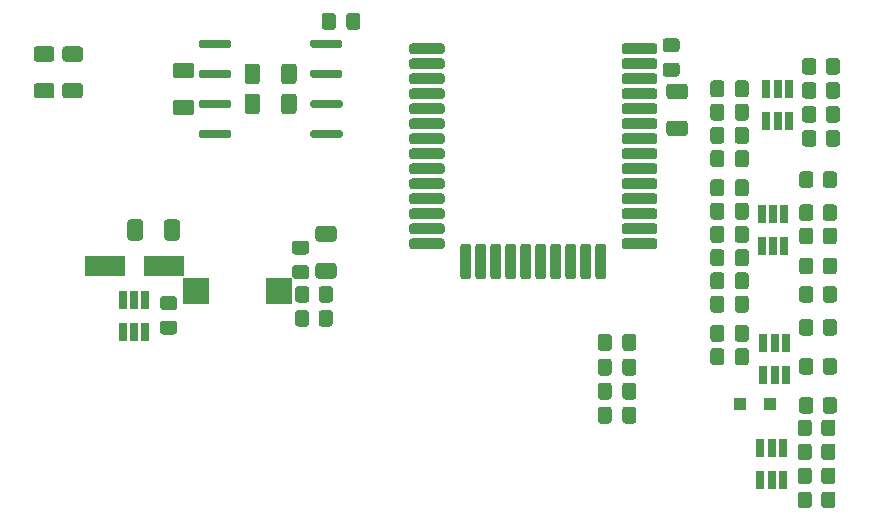
<source format=gbp>
G04 #@! TF.GenerationSoftware,KiCad,Pcbnew,(5.1.8)-1*
G04 #@! TF.CreationDate,2021-05-03T11:31:43+02:00*
G04 #@! TF.ProjectId,sensactHsIO4,73656e73-6163-4744-9873-494f342e6b69,rev?*
G04 #@! TF.SameCoordinates,Original*
G04 #@! TF.FileFunction,Paste,Bot*
G04 #@! TF.FilePolarity,Positive*
%FSLAX46Y46*%
G04 Gerber Fmt 4.6, Leading zero omitted, Abs format (unit mm)*
G04 Created by KiCad (PCBNEW (5.1.8)-1) date 2021-05-03 11:31:43*
%MOMM*%
%LPD*%
G01*
G04 APERTURE LIST*
%ADD10R,2.200000X2.200000*%
%ADD11R,1.000000X1.000000*%
%ADD12R,0.650000X1.560000*%
%ADD13R,3.500000X1.800000*%
G04 APERTURE END LIST*
G36*
G01*
X142182000Y-106901000D02*
X142182000Y-105951000D01*
G75*
G02*
X142432000Y-105701000I250000J0D01*
G01*
X143107000Y-105701000D01*
G75*
G02*
X143357000Y-105951000I0J-250000D01*
G01*
X143357000Y-106901000D01*
G75*
G02*
X143107000Y-107151000I-250000J0D01*
G01*
X142432000Y-107151000D01*
G75*
G02*
X142182000Y-106901000I0J250000D01*
G01*
G37*
G36*
G01*
X140107000Y-106901000D02*
X140107000Y-105951000D01*
G75*
G02*
X140357000Y-105701000I250000J0D01*
G01*
X141032000Y-105701000D01*
G75*
G02*
X141282000Y-105951000I0J-250000D01*
G01*
X141282000Y-106901000D01*
G75*
G02*
X141032000Y-107151000I-250000J0D01*
G01*
X140357000Y-107151000D01*
G75*
G02*
X140107000Y-106901000I0J250000D01*
G01*
G37*
G36*
G01*
X132438000Y-108168500D02*
X132438000Y-108493500D01*
G75*
G02*
X132275500Y-108656000I-162500J0D01*
G01*
X129850500Y-108656000D01*
G75*
G02*
X129688000Y-108493500I0J162500D01*
G01*
X129688000Y-108168500D01*
G75*
G02*
X129850500Y-108006000I162500J0D01*
G01*
X132275500Y-108006000D01*
G75*
G02*
X132438000Y-108168500I0J-162500D01*
G01*
G37*
G36*
G01*
X132438000Y-110708500D02*
X132438000Y-111033500D01*
G75*
G02*
X132275500Y-111196000I-162500J0D01*
G01*
X129850500Y-111196000D01*
G75*
G02*
X129688000Y-111033500I0J162500D01*
G01*
X129688000Y-110708500D01*
G75*
G02*
X129850500Y-110546000I162500J0D01*
G01*
X132275500Y-110546000D01*
G75*
G02*
X132438000Y-110708500I0J-162500D01*
G01*
G37*
G36*
G01*
X132438000Y-113248500D02*
X132438000Y-113573500D01*
G75*
G02*
X132275500Y-113736000I-162500J0D01*
G01*
X129850500Y-113736000D01*
G75*
G02*
X129688000Y-113573500I0J162500D01*
G01*
X129688000Y-113248500D01*
G75*
G02*
X129850500Y-113086000I162500J0D01*
G01*
X132275500Y-113086000D01*
G75*
G02*
X132438000Y-113248500I0J-162500D01*
G01*
G37*
G36*
G01*
X132438000Y-115788500D02*
X132438000Y-116113500D01*
G75*
G02*
X132275500Y-116276000I-162500J0D01*
G01*
X129850500Y-116276000D01*
G75*
G02*
X129688000Y-116113500I0J162500D01*
G01*
X129688000Y-115788500D01*
G75*
G02*
X129850500Y-115626000I162500J0D01*
G01*
X132275500Y-115626000D01*
G75*
G02*
X132438000Y-115788500I0J-162500D01*
G01*
G37*
G36*
G01*
X141863000Y-115788500D02*
X141863000Y-116113500D01*
G75*
G02*
X141700500Y-116276000I-162500J0D01*
G01*
X139275500Y-116276000D01*
G75*
G02*
X139113000Y-116113500I0J162500D01*
G01*
X139113000Y-115788500D01*
G75*
G02*
X139275500Y-115626000I162500J0D01*
G01*
X141700500Y-115626000D01*
G75*
G02*
X141863000Y-115788500I0J-162500D01*
G01*
G37*
G36*
G01*
X141888000Y-113248500D02*
X141888000Y-113573500D01*
G75*
G02*
X141725500Y-113736000I-162500J0D01*
G01*
X139300500Y-113736000D01*
G75*
G02*
X139138000Y-113573500I0J162500D01*
G01*
X139138000Y-113248500D01*
G75*
G02*
X139300500Y-113086000I162500J0D01*
G01*
X141725500Y-113086000D01*
G75*
G02*
X141888000Y-113248500I0J-162500D01*
G01*
G37*
G36*
G01*
X141838000Y-110708500D02*
X141838000Y-111033500D01*
G75*
G02*
X141675500Y-111196000I-162500J0D01*
G01*
X139250500Y-111196000D01*
G75*
G02*
X139088000Y-111033500I0J162500D01*
G01*
X139088000Y-110708500D01*
G75*
G02*
X139250500Y-110546000I162500J0D01*
G01*
X141675500Y-110546000D01*
G75*
G02*
X141838000Y-110708500I0J-162500D01*
G01*
G37*
G36*
G01*
X141838000Y-108168500D02*
X141838000Y-108493500D01*
G75*
G02*
X141675500Y-108656000I-162500J0D01*
G01*
X139250500Y-108656000D01*
G75*
G02*
X139088000Y-108493500I0J162500D01*
G01*
X139088000Y-108168500D01*
G75*
G02*
X139250500Y-108006000I162500J0D01*
G01*
X141675500Y-108006000D01*
G75*
G02*
X141838000Y-108168500I0J-162500D01*
G01*
G37*
D10*
X129469000Y-129286000D03*
X136469000Y-129286000D03*
G36*
G01*
X119624000Y-109844000D02*
X118374000Y-109844000D01*
G75*
G02*
X118124000Y-109594000I0J250000D01*
G01*
X118124000Y-108794000D01*
G75*
G02*
X118374000Y-108544000I250000J0D01*
G01*
X119624000Y-108544000D01*
G75*
G02*
X119874000Y-108794000I0J-250000D01*
G01*
X119874000Y-109594000D01*
G75*
G02*
X119624000Y-109844000I-250000J0D01*
G01*
G37*
G36*
G01*
X119624000Y-112944000D02*
X118374000Y-112944000D01*
G75*
G02*
X118124000Y-112694000I0J250000D01*
G01*
X118124000Y-111894000D01*
G75*
G02*
X118374000Y-111644000I250000J0D01*
G01*
X119624000Y-111644000D01*
G75*
G02*
X119874000Y-111894000I0J-250000D01*
G01*
X119874000Y-112694000D01*
G75*
G02*
X119624000Y-112944000I-250000J0D01*
G01*
G37*
G36*
G01*
X117211000Y-109844000D02*
X115961000Y-109844000D01*
G75*
G02*
X115711000Y-109594000I0J250000D01*
G01*
X115711000Y-108794000D01*
G75*
G02*
X115961000Y-108544000I250000J0D01*
G01*
X117211000Y-108544000D01*
G75*
G02*
X117461000Y-108794000I0J-250000D01*
G01*
X117461000Y-109594000D01*
G75*
G02*
X117211000Y-109844000I-250000J0D01*
G01*
G37*
G36*
G01*
X117211000Y-112944000D02*
X115961000Y-112944000D01*
G75*
G02*
X115711000Y-112694000I0J250000D01*
G01*
X115711000Y-111894000D01*
G75*
G02*
X115961000Y-111644000I250000J0D01*
G01*
X117211000Y-111644000D01*
G75*
G02*
X117461000Y-111894000I0J-250000D01*
G01*
X117461000Y-112694000D01*
G75*
G02*
X117211000Y-112944000I-250000J0D01*
G01*
G37*
G36*
G01*
X147500000Y-108970000D02*
X147500000Y-108520000D01*
G75*
G02*
X147725000Y-108295000I225000J0D01*
G01*
X150275000Y-108295000D01*
G75*
G02*
X150500000Y-108520000I0J-225000D01*
G01*
X150500000Y-108970000D01*
G75*
G02*
X150275000Y-109195000I-225000J0D01*
G01*
X147725000Y-109195000D01*
G75*
G02*
X147500000Y-108970000I0J225000D01*
G01*
G37*
G36*
G01*
X147500000Y-110240000D02*
X147500000Y-109790000D01*
G75*
G02*
X147725000Y-109565000I225000J0D01*
G01*
X150275000Y-109565000D01*
G75*
G02*
X150500000Y-109790000I0J-225000D01*
G01*
X150500000Y-110240000D01*
G75*
G02*
X150275000Y-110465000I-225000J0D01*
G01*
X147725000Y-110465000D01*
G75*
G02*
X147500000Y-110240000I0J225000D01*
G01*
G37*
G36*
G01*
X147500000Y-111510000D02*
X147500000Y-111060000D01*
G75*
G02*
X147725000Y-110835000I225000J0D01*
G01*
X150275000Y-110835000D01*
G75*
G02*
X150500000Y-111060000I0J-225000D01*
G01*
X150500000Y-111510000D01*
G75*
G02*
X150275000Y-111735000I-225000J0D01*
G01*
X147725000Y-111735000D01*
G75*
G02*
X147500000Y-111510000I0J225000D01*
G01*
G37*
G36*
G01*
X147500000Y-112780000D02*
X147500000Y-112330000D01*
G75*
G02*
X147725000Y-112105000I225000J0D01*
G01*
X150275000Y-112105000D01*
G75*
G02*
X150500000Y-112330000I0J-225000D01*
G01*
X150500000Y-112780000D01*
G75*
G02*
X150275000Y-113005000I-225000J0D01*
G01*
X147725000Y-113005000D01*
G75*
G02*
X147500000Y-112780000I0J225000D01*
G01*
G37*
G36*
G01*
X147500000Y-114050000D02*
X147500000Y-113600000D01*
G75*
G02*
X147725000Y-113375000I225000J0D01*
G01*
X150275000Y-113375000D01*
G75*
G02*
X150500000Y-113600000I0J-225000D01*
G01*
X150500000Y-114050000D01*
G75*
G02*
X150275000Y-114275000I-225000J0D01*
G01*
X147725000Y-114275000D01*
G75*
G02*
X147500000Y-114050000I0J225000D01*
G01*
G37*
G36*
G01*
X147500000Y-115320000D02*
X147500000Y-114870000D01*
G75*
G02*
X147725000Y-114645000I225000J0D01*
G01*
X150275000Y-114645000D01*
G75*
G02*
X150500000Y-114870000I0J-225000D01*
G01*
X150500000Y-115320000D01*
G75*
G02*
X150275000Y-115545000I-225000J0D01*
G01*
X147725000Y-115545000D01*
G75*
G02*
X147500000Y-115320000I0J225000D01*
G01*
G37*
G36*
G01*
X147500000Y-116590000D02*
X147500000Y-116140000D01*
G75*
G02*
X147725000Y-115915000I225000J0D01*
G01*
X150275000Y-115915000D01*
G75*
G02*
X150500000Y-116140000I0J-225000D01*
G01*
X150500000Y-116590000D01*
G75*
G02*
X150275000Y-116815000I-225000J0D01*
G01*
X147725000Y-116815000D01*
G75*
G02*
X147500000Y-116590000I0J225000D01*
G01*
G37*
G36*
G01*
X147500000Y-117860000D02*
X147500000Y-117410000D01*
G75*
G02*
X147725000Y-117185000I225000J0D01*
G01*
X150275000Y-117185000D01*
G75*
G02*
X150500000Y-117410000I0J-225000D01*
G01*
X150500000Y-117860000D01*
G75*
G02*
X150275000Y-118085000I-225000J0D01*
G01*
X147725000Y-118085000D01*
G75*
G02*
X147500000Y-117860000I0J225000D01*
G01*
G37*
G36*
G01*
X147500000Y-119130000D02*
X147500000Y-118680000D01*
G75*
G02*
X147725000Y-118455000I225000J0D01*
G01*
X150275000Y-118455000D01*
G75*
G02*
X150500000Y-118680000I0J-225000D01*
G01*
X150500000Y-119130000D01*
G75*
G02*
X150275000Y-119355000I-225000J0D01*
G01*
X147725000Y-119355000D01*
G75*
G02*
X147500000Y-119130000I0J225000D01*
G01*
G37*
G36*
G01*
X147500000Y-120400000D02*
X147500000Y-119950000D01*
G75*
G02*
X147725000Y-119725000I225000J0D01*
G01*
X150275000Y-119725000D01*
G75*
G02*
X150500000Y-119950000I0J-225000D01*
G01*
X150500000Y-120400000D01*
G75*
G02*
X150275000Y-120625000I-225000J0D01*
G01*
X147725000Y-120625000D01*
G75*
G02*
X147500000Y-120400000I0J225000D01*
G01*
G37*
G36*
G01*
X147500000Y-121670000D02*
X147500000Y-121220000D01*
G75*
G02*
X147725000Y-120995000I225000J0D01*
G01*
X150275000Y-120995000D01*
G75*
G02*
X150500000Y-121220000I0J-225000D01*
G01*
X150500000Y-121670000D01*
G75*
G02*
X150275000Y-121895000I-225000J0D01*
G01*
X147725000Y-121895000D01*
G75*
G02*
X147500000Y-121670000I0J225000D01*
G01*
G37*
G36*
G01*
X147500000Y-122940000D02*
X147500000Y-122490000D01*
G75*
G02*
X147725000Y-122265000I225000J0D01*
G01*
X150275000Y-122265000D01*
G75*
G02*
X150500000Y-122490000I0J-225000D01*
G01*
X150500000Y-122940000D01*
G75*
G02*
X150275000Y-123165000I-225000J0D01*
G01*
X147725000Y-123165000D01*
G75*
G02*
X147500000Y-122940000I0J225000D01*
G01*
G37*
G36*
G01*
X147500000Y-124210000D02*
X147500000Y-123760000D01*
G75*
G02*
X147725000Y-123535000I225000J0D01*
G01*
X150275000Y-123535000D01*
G75*
G02*
X150500000Y-123760000I0J-225000D01*
G01*
X150500000Y-124210000D01*
G75*
G02*
X150275000Y-124435000I-225000J0D01*
G01*
X147725000Y-124435000D01*
G75*
G02*
X147500000Y-124210000I0J225000D01*
G01*
G37*
G36*
G01*
X147500000Y-125480000D02*
X147500000Y-125030000D01*
G75*
G02*
X147725000Y-124805000I225000J0D01*
G01*
X150275000Y-124805000D01*
G75*
G02*
X150500000Y-125030000I0J-225000D01*
G01*
X150500000Y-125480000D01*
G75*
G02*
X150275000Y-125705000I-225000J0D01*
G01*
X147725000Y-125705000D01*
G75*
G02*
X147500000Y-125480000I0J225000D01*
G01*
G37*
G36*
G01*
X152510000Y-128255000D02*
X152060000Y-128255000D01*
G75*
G02*
X151835000Y-128030000I0J225000D01*
G01*
X151835000Y-125480000D01*
G75*
G02*
X152060000Y-125255000I225000J0D01*
G01*
X152510000Y-125255000D01*
G75*
G02*
X152735000Y-125480000I0J-225000D01*
G01*
X152735000Y-128030000D01*
G75*
G02*
X152510000Y-128255000I-225000J0D01*
G01*
G37*
G36*
G01*
X153780000Y-128255000D02*
X153330000Y-128255000D01*
G75*
G02*
X153105000Y-128030000I0J225000D01*
G01*
X153105000Y-125480000D01*
G75*
G02*
X153330000Y-125255000I225000J0D01*
G01*
X153780000Y-125255000D01*
G75*
G02*
X154005000Y-125480000I0J-225000D01*
G01*
X154005000Y-128030000D01*
G75*
G02*
X153780000Y-128255000I-225000J0D01*
G01*
G37*
G36*
G01*
X155050000Y-128255000D02*
X154600000Y-128255000D01*
G75*
G02*
X154375000Y-128030000I0J225000D01*
G01*
X154375000Y-125480000D01*
G75*
G02*
X154600000Y-125255000I225000J0D01*
G01*
X155050000Y-125255000D01*
G75*
G02*
X155275000Y-125480000I0J-225000D01*
G01*
X155275000Y-128030000D01*
G75*
G02*
X155050000Y-128255000I-225000J0D01*
G01*
G37*
G36*
G01*
X156320000Y-128255000D02*
X155870000Y-128255000D01*
G75*
G02*
X155645000Y-128030000I0J225000D01*
G01*
X155645000Y-125480000D01*
G75*
G02*
X155870000Y-125255000I225000J0D01*
G01*
X156320000Y-125255000D01*
G75*
G02*
X156545000Y-125480000I0J-225000D01*
G01*
X156545000Y-128030000D01*
G75*
G02*
X156320000Y-128255000I-225000J0D01*
G01*
G37*
G36*
G01*
X157590000Y-128255000D02*
X157140000Y-128255000D01*
G75*
G02*
X156915000Y-128030000I0J225000D01*
G01*
X156915000Y-125480000D01*
G75*
G02*
X157140000Y-125255000I225000J0D01*
G01*
X157590000Y-125255000D01*
G75*
G02*
X157815000Y-125480000I0J-225000D01*
G01*
X157815000Y-128030000D01*
G75*
G02*
X157590000Y-128255000I-225000J0D01*
G01*
G37*
G36*
G01*
X158860000Y-128255000D02*
X158410000Y-128255000D01*
G75*
G02*
X158185000Y-128030000I0J225000D01*
G01*
X158185000Y-125480000D01*
G75*
G02*
X158410000Y-125255000I225000J0D01*
G01*
X158860000Y-125255000D01*
G75*
G02*
X159085000Y-125480000I0J-225000D01*
G01*
X159085000Y-128030000D01*
G75*
G02*
X158860000Y-128255000I-225000J0D01*
G01*
G37*
G36*
G01*
X160130000Y-128255000D02*
X159680000Y-128255000D01*
G75*
G02*
X159455000Y-128030000I0J225000D01*
G01*
X159455000Y-125480000D01*
G75*
G02*
X159680000Y-125255000I225000J0D01*
G01*
X160130000Y-125255000D01*
G75*
G02*
X160355000Y-125480000I0J-225000D01*
G01*
X160355000Y-128030000D01*
G75*
G02*
X160130000Y-128255000I-225000J0D01*
G01*
G37*
G36*
G01*
X161400000Y-128255000D02*
X160950000Y-128255000D01*
G75*
G02*
X160725000Y-128030000I0J225000D01*
G01*
X160725000Y-125480000D01*
G75*
G02*
X160950000Y-125255000I225000J0D01*
G01*
X161400000Y-125255000D01*
G75*
G02*
X161625000Y-125480000I0J-225000D01*
G01*
X161625000Y-128030000D01*
G75*
G02*
X161400000Y-128255000I-225000J0D01*
G01*
G37*
G36*
G01*
X162670000Y-128255000D02*
X162220000Y-128255000D01*
G75*
G02*
X161995000Y-128030000I0J225000D01*
G01*
X161995000Y-125480000D01*
G75*
G02*
X162220000Y-125255000I225000J0D01*
G01*
X162670000Y-125255000D01*
G75*
G02*
X162895000Y-125480000I0J-225000D01*
G01*
X162895000Y-128030000D01*
G75*
G02*
X162670000Y-128255000I-225000J0D01*
G01*
G37*
G36*
G01*
X163940000Y-128255000D02*
X163490000Y-128255000D01*
G75*
G02*
X163265000Y-128030000I0J225000D01*
G01*
X163265000Y-125480000D01*
G75*
G02*
X163490000Y-125255000I225000J0D01*
G01*
X163940000Y-125255000D01*
G75*
G02*
X164165000Y-125480000I0J-225000D01*
G01*
X164165000Y-128030000D01*
G75*
G02*
X163940000Y-128255000I-225000J0D01*
G01*
G37*
G36*
G01*
X168500000Y-125030000D02*
X168500000Y-125480000D01*
G75*
G02*
X168275000Y-125705000I-225000J0D01*
G01*
X165725000Y-125705000D01*
G75*
G02*
X165500000Y-125480000I0J225000D01*
G01*
X165500000Y-125030000D01*
G75*
G02*
X165725000Y-124805000I225000J0D01*
G01*
X168275000Y-124805000D01*
G75*
G02*
X168500000Y-125030000I0J-225000D01*
G01*
G37*
G36*
G01*
X168500000Y-123760000D02*
X168500000Y-124210000D01*
G75*
G02*
X168275000Y-124435000I-225000J0D01*
G01*
X165725000Y-124435000D01*
G75*
G02*
X165500000Y-124210000I0J225000D01*
G01*
X165500000Y-123760000D01*
G75*
G02*
X165725000Y-123535000I225000J0D01*
G01*
X168275000Y-123535000D01*
G75*
G02*
X168500000Y-123760000I0J-225000D01*
G01*
G37*
G36*
G01*
X168500000Y-122490000D02*
X168500000Y-122940000D01*
G75*
G02*
X168275000Y-123165000I-225000J0D01*
G01*
X165725000Y-123165000D01*
G75*
G02*
X165500000Y-122940000I0J225000D01*
G01*
X165500000Y-122490000D01*
G75*
G02*
X165725000Y-122265000I225000J0D01*
G01*
X168275000Y-122265000D01*
G75*
G02*
X168500000Y-122490000I0J-225000D01*
G01*
G37*
G36*
G01*
X168500000Y-121220000D02*
X168500000Y-121670000D01*
G75*
G02*
X168275000Y-121895000I-225000J0D01*
G01*
X165725000Y-121895000D01*
G75*
G02*
X165500000Y-121670000I0J225000D01*
G01*
X165500000Y-121220000D01*
G75*
G02*
X165725000Y-120995000I225000J0D01*
G01*
X168275000Y-120995000D01*
G75*
G02*
X168500000Y-121220000I0J-225000D01*
G01*
G37*
G36*
G01*
X168500000Y-119950000D02*
X168500000Y-120400000D01*
G75*
G02*
X168275000Y-120625000I-225000J0D01*
G01*
X165725000Y-120625000D01*
G75*
G02*
X165500000Y-120400000I0J225000D01*
G01*
X165500000Y-119950000D01*
G75*
G02*
X165725000Y-119725000I225000J0D01*
G01*
X168275000Y-119725000D01*
G75*
G02*
X168500000Y-119950000I0J-225000D01*
G01*
G37*
G36*
G01*
X168500000Y-118680000D02*
X168500000Y-119130000D01*
G75*
G02*
X168275000Y-119355000I-225000J0D01*
G01*
X165725000Y-119355000D01*
G75*
G02*
X165500000Y-119130000I0J225000D01*
G01*
X165500000Y-118680000D01*
G75*
G02*
X165725000Y-118455000I225000J0D01*
G01*
X168275000Y-118455000D01*
G75*
G02*
X168500000Y-118680000I0J-225000D01*
G01*
G37*
G36*
G01*
X168500000Y-117410000D02*
X168500000Y-117860000D01*
G75*
G02*
X168275000Y-118085000I-225000J0D01*
G01*
X165725000Y-118085000D01*
G75*
G02*
X165500000Y-117860000I0J225000D01*
G01*
X165500000Y-117410000D01*
G75*
G02*
X165725000Y-117185000I225000J0D01*
G01*
X168275000Y-117185000D01*
G75*
G02*
X168500000Y-117410000I0J-225000D01*
G01*
G37*
G36*
G01*
X168500000Y-116140000D02*
X168500000Y-116590000D01*
G75*
G02*
X168275000Y-116815000I-225000J0D01*
G01*
X165725000Y-116815000D01*
G75*
G02*
X165500000Y-116590000I0J225000D01*
G01*
X165500000Y-116140000D01*
G75*
G02*
X165725000Y-115915000I225000J0D01*
G01*
X168275000Y-115915000D01*
G75*
G02*
X168500000Y-116140000I0J-225000D01*
G01*
G37*
G36*
G01*
X168500000Y-114870000D02*
X168500000Y-115320000D01*
G75*
G02*
X168275000Y-115545000I-225000J0D01*
G01*
X165725000Y-115545000D01*
G75*
G02*
X165500000Y-115320000I0J225000D01*
G01*
X165500000Y-114870000D01*
G75*
G02*
X165725000Y-114645000I225000J0D01*
G01*
X168275000Y-114645000D01*
G75*
G02*
X168500000Y-114870000I0J-225000D01*
G01*
G37*
G36*
G01*
X168500000Y-113600000D02*
X168500000Y-114050000D01*
G75*
G02*
X168275000Y-114275000I-225000J0D01*
G01*
X165725000Y-114275000D01*
G75*
G02*
X165500000Y-114050000I0J225000D01*
G01*
X165500000Y-113600000D01*
G75*
G02*
X165725000Y-113375000I225000J0D01*
G01*
X168275000Y-113375000D01*
G75*
G02*
X168500000Y-113600000I0J-225000D01*
G01*
G37*
G36*
G01*
X168500000Y-112330000D02*
X168500000Y-112780000D01*
G75*
G02*
X168275000Y-113005000I-225000J0D01*
G01*
X165725000Y-113005000D01*
G75*
G02*
X165500000Y-112780000I0J225000D01*
G01*
X165500000Y-112330000D01*
G75*
G02*
X165725000Y-112105000I225000J0D01*
G01*
X168275000Y-112105000D01*
G75*
G02*
X168500000Y-112330000I0J-225000D01*
G01*
G37*
G36*
G01*
X168500000Y-111060000D02*
X168500000Y-111510000D01*
G75*
G02*
X168275000Y-111735000I-225000J0D01*
G01*
X165725000Y-111735000D01*
G75*
G02*
X165500000Y-111510000I0J225000D01*
G01*
X165500000Y-111060000D01*
G75*
G02*
X165725000Y-110835000I225000J0D01*
G01*
X168275000Y-110835000D01*
G75*
G02*
X168500000Y-111060000I0J-225000D01*
G01*
G37*
G36*
G01*
X168500000Y-109790000D02*
X168500000Y-110240000D01*
G75*
G02*
X168275000Y-110465000I-225000J0D01*
G01*
X165725000Y-110465000D01*
G75*
G02*
X165500000Y-110240000I0J225000D01*
G01*
X165500000Y-109790000D01*
G75*
G02*
X165725000Y-109565000I225000J0D01*
G01*
X168275000Y-109565000D01*
G75*
G02*
X168500000Y-109790000I0J-225000D01*
G01*
G37*
G36*
G01*
X168500000Y-108520000D02*
X168500000Y-108970000D01*
G75*
G02*
X168275000Y-109195000I-225000J0D01*
G01*
X165725000Y-109195000D01*
G75*
G02*
X165500000Y-108970000I0J225000D01*
G01*
X165500000Y-108520000D01*
G75*
G02*
X165725000Y-108295000I225000J0D01*
G01*
X168275000Y-108295000D01*
G75*
G02*
X168500000Y-108520000I0J-225000D01*
G01*
G37*
G36*
G01*
X136663000Y-114036000D02*
X136663000Y-112786000D01*
G75*
G02*
X136913000Y-112536000I250000J0D01*
G01*
X137713000Y-112536000D01*
G75*
G02*
X137963000Y-112786000I0J-250000D01*
G01*
X137963000Y-114036000D01*
G75*
G02*
X137713000Y-114286000I-250000J0D01*
G01*
X136913000Y-114286000D01*
G75*
G02*
X136663000Y-114036000I0J250000D01*
G01*
G37*
G36*
G01*
X133563000Y-114036000D02*
X133563000Y-112786000D01*
G75*
G02*
X133813000Y-112536000I250000J0D01*
G01*
X134613000Y-112536000D01*
G75*
G02*
X134863000Y-112786000I0J-250000D01*
G01*
X134863000Y-114036000D01*
G75*
G02*
X134613000Y-114286000I-250000J0D01*
G01*
X133813000Y-114286000D01*
G75*
G02*
X133563000Y-114036000I0J250000D01*
G01*
G37*
G36*
G01*
X136663000Y-111496000D02*
X136663000Y-110246000D01*
G75*
G02*
X136913000Y-109996000I250000J0D01*
G01*
X137713000Y-109996000D01*
G75*
G02*
X137963000Y-110246000I0J-250000D01*
G01*
X137963000Y-111496000D01*
G75*
G02*
X137713000Y-111746000I-250000J0D01*
G01*
X136913000Y-111746000D01*
G75*
G02*
X136663000Y-111496000I0J250000D01*
G01*
G37*
G36*
G01*
X133563000Y-111496000D02*
X133563000Y-110246000D01*
G75*
G02*
X133813000Y-109996000I250000J0D01*
G01*
X134613000Y-109996000D01*
G75*
G02*
X134863000Y-110246000I0J-250000D01*
G01*
X134863000Y-111496000D01*
G75*
G02*
X134613000Y-111746000I-250000J0D01*
G01*
X133813000Y-111746000D01*
G75*
G02*
X133563000Y-111496000I0J250000D01*
G01*
G37*
G36*
G01*
X127746999Y-113041000D02*
X129047001Y-113041000D01*
G75*
G02*
X129297000Y-113290999I0J-249999D01*
G01*
X129297000Y-114116001D01*
G75*
G02*
X129047001Y-114366000I-249999J0D01*
G01*
X127746999Y-114366000D01*
G75*
G02*
X127497000Y-114116001I0J249999D01*
G01*
X127497000Y-113290999D01*
G75*
G02*
X127746999Y-113041000I249999J0D01*
G01*
G37*
G36*
G01*
X127746999Y-109916000D02*
X129047001Y-109916000D01*
G75*
G02*
X129297000Y-110165999I0J-249999D01*
G01*
X129297000Y-110991001D01*
G75*
G02*
X129047001Y-111241000I-249999J0D01*
G01*
X127746999Y-111241000D01*
G75*
G02*
X127497000Y-110991001I0J249999D01*
G01*
X127497000Y-110165999D01*
G75*
G02*
X127746999Y-109916000I249999J0D01*
G01*
G37*
G36*
G01*
X182518000Y-132784001D02*
X182518000Y-131883999D01*
G75*
G02*
X182767999Y-131634000I249999J0D01*
G01*
X183468001Y-131634000D01*
G75*
G02*
X183718000Y-131883999I0J-249999D01*
G01*
X183718000Y-132784001D01*
G75*
G02*
X183468001Y-133034000I-249999J0D01*
G01*
X182767999Y-133034000D01*
G75*
G02*
X182518000Y-132784001I0J249999D01*
G01*
G37*
G36*
G01*
X180518000Y-132784001D02*
X180518000Y-131883999D01*
G75*
G02*
X180767999Y-131634000I249999J0D01*
G01*
X181468001Y-131634000D01*
G75*
G02*
X181718000Y-131883999I0J-249999D01*
G01*
X181718000Y-132784001D01*
G75*
G02*
X181468001Y-133034000I-249999J0D01*
G01*
X180767999Y-133034000D01*
G75*
G02*
X180518000Y-132784001I0J249999D01*
G01*
G37*
G36*
G01*
X182518000Y-129990001D02*
X182518000Y-129089999D01*
G75*
G02*
X182767999Y-128840000I249999J0D01*
G01*
X183468001Y-128840000D01*
G75*
G02*
X183718000Y-129089999I0J-249999D01*
G01*
X183718000Y-129990001D01*
G75*
G02*
X183468001Y-130240000I-249999J0D01*
G01*
X182767999Y-130240000D01*
G75*
G02*
X182518000Y-129990001I0J249999D01*
G01*
G37*
G36*
G01*
X180518000Y-129990001D02*
X180518000Y-129089999D01*
G75*
G02*
X180767999Y-128840000I249999J0D01*
G01*
X181468001Y-128840000D01*
G75*
G02*
X181718000Y-129089999I0J-249999D01*
G01*
X181718000Y-129990001D01*
G75*
G02*
X181468001Y-130240000I-249999J0D01*
G01*
X180767999Y-130240000D01*
G75*
G02*
X180518000Y-129990001I0J249999D01*
G01*
G37*
D11*
X175514000Y-138811000D03*
X178014000Y-138811000D03*
G36*
G01*
X175075000Y-124935000D02*
X175075000Y-123985000D01*
G75*
G02*
X175325000Y-123735000I250000J0D01*
G01*
X176000000Y-123735000D01*
G75*
G02*
X176250000Y-123985000I0J-250000D01*
G01*
X176250000Y-124935000D01*
G75*
G02*
X176000000Y-125185000I-250000J0D01*
G01*
X175325000Y-125185000D01*
G75*
G02*
X175075000Y-124935000I0J250000D01*
G01*
G37*
G36*
G01*
X173000000Y-124935000D02*
X173000000Y-123985000D01*
G75*
G02*
X173250000Y-123735000I250000J0D01*
G01*
X173925000Y-123735000D01*
G75*
G02*
X174175000Y-123985000I0J-250000D01*
G01*
X174175000Y-124935000D01*
G75*
G02*
X173925000Y-125185000I-250000J0D01*
G01*
X173250000Y-125185000D01*
G75*
G02*
X173000000Y-124935000I0J250000D01*
G01*
G37*
G36*
G01*
X175075000Y-118521500D02*
X175075000Y-117571500D01*
G75*
G02*
X175325000Y-117321500I250000J0D01*
G01*
X176000000Y-117321500D01*
G75*
G02*
X176250000Y-117571500I0J-250000D01*
G01*
X176250000Y-118521500D01*
G75*
G02*
X176000000Y-118771500I-250000J0D01*
G01*
X175325000Y-118771500D01*
G75*
G02*
X175075000Y-118521500I0J250000D01*
G01*
G37*
G36*
G01*
X173000000Y-118521500D02*
X173000000Y-117571500D01*
G75*
G02*
X173250000Y-117321500I250000J0D01*
G01*
X173925000Y-117321500D01*
G75*
G02*
X174175000Y-117571500I0J-250000D01*
G01*
X174175000Y-118521500D01*
G75*
G02*
X173925000Y-118771500I-250000J0D01*
G01*
X173250000Y-118771500D01*
G75*
G02*
X173000000Y-118521500I0J250000D01*
G01*
G37*
G36*
G01*
X175075000Y-120998000D02*
X175075000Y-120048000D01*
G75*
G02*
X175325000Y-119798000I250000J0D01*
G01*
X176000000Y-119798000D01*
G75*
G02*
X176250000Y-120048000I0J-250000D01*
G01*
X176250000Y-120998000D01*
G75*
G02*
X176000000Y-121248000I-250000J0D01*
G01*
X175325000Y-121248000D01*
G75*
G02*
X175075000Y-120998000I0J250000D01*
G01*
G37*
G36*
G01*
X173000000Y-120998000D02*
X173000000Y-120048000D01*
G75*
G02*
X173250000Y-119798000I250000J0D01*
G01*
X173925000Y-119798000D01*
G75*
G02*
X174175000Y-120048000I0J-250000D01*
G01*
X174175000Y-120998000D01*
G75*
G02*
X173925000Y-121248000I-250000J0D01*
G01*
X173250000Y-121248000D01*
G75*
G02*
X173000000Y-120998000I0J250000D01*
G01*
G37*
G36*
G01*
X175075000Y-135285500D02*
X175075000Y-134335500D01*
G75*
G02*
X175325000Y-134085500I250000J0D01*
G01*
X176000000Y-134085500D01*
G75*
G02*
X176250000Y-134335500I0J-250000D01*
G01*
X176250000Y-135285500D01*
G75*
G02*
X176000000Y-135535500I-250000J0D01*
G01*
X175325000Y-135535500D01*
G75*
G02*
X175075000Y-135285500I0J250000D01*
G01*
G37*
G36*
G01*
X173000000Y-135285500D02*
X173000000Y-134335500D01*
G75*
G02*
X173250000Y-134085500I250000J0D01*
G01*
X173925000Y-134085500D01*
G75*
G02*
X174175000Y-134335500I0J-250000D01*
G01*
X174175000Y-135285500D01*
G75*
G02*
X173925000Y-135535500I-250000J0D01*
G01*
X173250000Y-135535500D01*
G75*
G02*
X173000000Y-135285500I0J250000D01*
G01*
G37*
G36*
G01*
X175075000Y-128872000D02*
X175075000Y-127922000D01*
G75*
G02*
X175325000Y-127672000I250000J0D01*
G01*
X176000000Y-127672000D01*
G75*
G02*
X176250000Y-127922000I0J-250000D01*
G01*
X176250000Y-128872000D01*
G75*
G02*
X176000000Y-129122000I-250000J0D01*
G01*
X175325000Y-129122000D01*
G75*
G02*
X175075000Y-128872000I0J250000D01*
G01*
G37*
G36*
G01*
X173000000Y-128872000D02*
X173000000Y-127922000D01*
G75*
G02*
X173250000Y-127672000I250000J0D01*
G01*
X173925000Y-127672000D01*
G75*
G02*
X174175000Y-127922000I0J-250000D01*
G01*
X174175000Y-128872000D01*
G75*
G02*
X173925000Y-129122000I-250000J0D01*
G01*
X173250000Y-129122000D01*
G75*
G02*
X173000000Y-128872000I0J250000D01*
G01*
G37*
G36*
G01*
X182772000Y-116782001D02*
X182772000Y-115881999D01*
G75*
G02*
X183021999Y-115632000I249999J0D01*
G01*
X183722001Y-115632000D01*
G75*
G02*
X183972000Y-115881999I0J-249999D01*
G01*
X183972000Y-116782001D01*
G75*
G02*
X183722001Y-117032000I-249999J0D01*
G01*
X183021999Y-117032000D01*
G75*
G02*
X182772000Y-116782001I0J249999D01*
G01*
G37*
G36*
G01*
X180772000Y-116782001D02*
X180772000Y-115881999D01*
G75*
G02*
X181021999Y-115632000I249999J0D01*
G01*
X181722001Y-115632000D01*
G75*
G02*
X181972000Y-115881999I0J-249999D01*
G01*
X181972000Y-116782001D01*
G75*
G02*
X181722001Y-117032000I-249999J0D01*
G01*
X181021999Y-117032000D01*
G75*
G02*
X180772000Y-116782001I0J249999D01*
G01*
G37*
G36*
G01*
X182772000Y-114750001D02*
X182772000Y-113849999D01*
G75*
G02*
X183021999Y-113600000I249999J0D01*
G01*
X183722001Y-113600000D01*
G75*
G02*
X183972000Y-113849999I0J-249999D01*
G01*
X183972000Y-114750001D01*
G75*
G02*
X183722001Y-115000000I-249999J0D01*
G01*
X183021999Y-115000000D01*
G75*
G02*
X182772000Y-114750001I0J249999D01*
G01*
G37*
G36*
G01*
X180772000Y-114750001D02*
X180772000Y-113849999D01*
G75*
G02*
X181021999Y-113600000I249999J0D01*
G01*
X181722001Y-113600000D01*
G75*
G02*
X181972000Y-113849999I0J-249999D01*
G01*
X181972000Y-114750001D01*
G75*
G02*
X181722001Y-115000000I-249999J0D01*
G01*
X181021999Y-115000000D01*
G75*
G02*
X180772000Y-114750001I0J249999D01*
G01*
G37*
G36*
G01*
X182772000Y-112718001D02*
X182772000Y-111817999D01*
G75*
G02*
X183021999Y-111568000I249999J0D01*
G01*
X183722001Y-111568000D01*
G75*
G02*
X183972000Y-111817999I0J-249999D01*
G01*
X183972000Y-112718001D01*
G75*
G02*
X183722001Y-112968000I-249999J0D01*
G01*
X183021999Y-112968000D01*
G75*
G02*
X182772000Y-112718001I0J249999D01*
G01*
G37*
G36*
G01*
X180772000Y-112718001D02*
X180772000Y-111817999D01*
G75*
G02*
X181021999Y-111568000I249999J0D01*
G01*
X181722001Y-111568000D01*
G75*
G02*
X181972000Y-111817999I0J-249999D01*
G01*
X181972000Y-112718001D01*
G75*
G02*
X181722001Y-112968000I-249999J0D01*
G01*
X181021999Y-112968000D01*
G75*
G02*
X180772000Y-112718001I0J249999D01*
G01*
G37*
G36*
G01*
X182772000Y-110686001D02*
X182772000Y-109785999D01*
G75*
G02*
X183021999Y-109536000I249999J0D01*
G01*
X183722001Y-109536000D01*
G75*
G02*
X183972000Y-109785999I0J-249999D01*
G01*
X183972000Y-110686001D01*
G75*
G02*
X183722001Y-110936000I-249999J0D01*
G01*
X183021999Y-110936000D01*
G75*
G02*
X182772000Y-110686001I0J249999D01*
G01*
G37*
G36*
G01*
X180772000Y-110686001D02*
X180772000Y-109785999D01*
G75*
G02*
X181021999Y-109536000I249999J0D01*
G01*
X181722001Y-109536000D01*
G75*
G02*
X181972000Y-109785999I0J-249999D01*
G01*
X181972000Y-110686001D01*
G75*
G02*
X181722001Y-110936000I-249999J0D01*
G01*
X181021999Y-110936000D01*
G75*
G02*
X180772000Y-110686001I0J249999D01*
G01*
G37*
D12*
X178308000Y-122729000D03*
X179258000Y-122729000D03*
X177358000Y-122729000D03*
X177358000Y-125429000D03*
X178308000Y-125429000D03*
X179258000Y-125429000D03*
X178181000Y-142541000D03*
X179131000Y-142541000D03*
X177231000Y-142541000D03*
X177231000Y-145241000D03*
X178181000Y-145241000D03*
X179131000Y-145241000D03*
X178435000Y-133651000D03*
X179385000Y-133651000D03*
X177485000Y-133651000D03*
X177485000Y-136351000D03*
X178435000Y-136351000D03*
X179385000Y-136351000D03*
X178689000Y-112188000D03*
X179639000Y-112188000D03*
X177739000Y-112188000D03*
X177739000Y-114888000D03*
X178689000Y-114888000D03*
X179639000Y-114888000D03*
X124206000Y-130048000D03*
X125156000Y-130048000D03*
X123256000Y-130048000D03*
X123256000Y-132748000D03*
X124206000Y-132748000D03*
X125156000Y-132748000D03*
G36*
G01*
X182518000Y-127577001D02*
X182518000Y-126676999D01*
G75*
G02*
X182767999Y-126427000I249999J0D01*
G01*
X183468001Y-126427000D01*
G75*
G02*
X183718000Y-126676999I0J-249999D01*
G01*
X183718000Y-127577001D01*
G75*
G02*
X183468001Y-127827000I-249999J0D01*
G01*
X182767999Y-127827000D01*
G75*
G02*
X182518000Y-127577001I0J249999D01*
G01*
G37*
G36*
G01*
X180518000Y-127577001D02*
X180518000Y-126676999D01*
G75*
G02*
X180767999Y-126427000I249999J0D01*
G01*
X181468001Y-126427000D01*
G75*
G02*
X181718000Y-126676999I0J-249999D01*
G01*
X181718000Y-127577001D01*
G75*
G02*
X181468001Y-127827000I-249999J0D01*
G01*
X180767999Y-127827000D01*
G75*
G02*
X180518000Y-127577001I0J249999D01*
G01*
G37*
G36*
G01*
X182518000Y-125037001D02*
X182518000Y-124136999D01*
G75*
G02*
X182767999Y-123887000I249999J0D01*
G01*
X183468001Y-123887000D01*
G75*
G02*
X183718000Y-124136999I0J-249999D01*
G01*
X183718000Y-125037001D01*
G75*
G02*
X183468001Y-125287000I-249999J0D01*
G01*
X182767999Y-125287000D01*
G75*
G02*
X182518000Y-125037001I0J249999D01*
G01*
G37*
G36*
G01*
X180518000Y-125037001D02*
X180518000Y-124136999D01*
G75*
G02*
X180767999Y-123887000I249999J0D01*
G01*
X181468001Y-123887000D01*
G75*
G02*
X181718000Y-124136999I0J-249999D01*
G01*
X181718000Y-125037001D01*
G75*
G02*
X181468001Y-125287000I-249999J0D01*
G01*
X180767999Y-125287000D01*
G75*
G02*
X180518000Y-125037001I0J249999D01*
G01*
G37*
G36*
G01*
X182518000Y-123068501D02*
X182518000Y-122168499D01*
G75*
G02*
X182767999Y-121918500I249999J0D01*
G01*
X183468001Y-121918500D01*
G75*
G02*
X183718000Y-122168499I0J-249999D01*
G01*
X183718000Y-123068501D01*
G75*
G02*
X183468001Y-123318500I-249999J0D01*
G01*
X182767999Y-123318500D01*
G75*
G02*
X182518000Y-123068501I0J249999D01*
G01*
G37*
G36*
G01*
X180518000Y-123068501D02*
X180518000Y-122168499D01*
G75*
G02*
X180767999Y-121918500I249999J0D01*
G01*
X181468001Y-121918500D01*
G75*
G02*
X181718000Y-122168499I0J-249999D01*
G01*
X181718000Y-123068501D01*
G75*
G02*
X181468001Y-123318500I-249999J0D01*
G01*
X180767999Y-123318500D01*
G75*
G02*
X180518000Y-123068501I0J249999D01*
G01*
G37*
G36*
G01*
X182518000Y-120274501D02*
X182518000Y-119374499D01*
G75*
G02*
X182767999Y-119124500I249999J0D01*
G01*
X183468001Y-119124500D01*
G75*
G02*
X183718000Y-119374499I0J-249999D01*
G01*
X183718000Y-120274501D01*
G75*
G02*
X183468001Y-120524500I-249999J0D01*
G01*
X182767999Y-120524500D01*
G75*
G02*
X182518000Y-120274501I0J249999D01*
G01*
G37*
G36*
G01*
X180518000Y-120274501D02*
X180518000Y-119374499D01*
G75*
G02*
X180767999Y-119124500I249999J0D01*
G01*
X181468001Y-119124500D01*
G75*
G02*
X181718000Y-119374499I0J-249999D01*
G01*
X181718000Y-120274501D01*
G75*
G02*
X181468001Y-120524500I-249999J0D01*
G01*
X180767999Y-120524500D01*
G75*
G02*
X180518000Y-120274501I0J249999D01*
G01*
G37*
G36*
G01*
X182391000Y-147389001D02*
X182391000Y-146488999D01*
G75*
G02*
X182640999Y-146239000I249999J0D01*
G01*
X183341001Y-146239000D01*
G75*
G02*
X183591000Y-146488999I0J-249999D01*
G01*
X183591000Y-147389001D01*
G75*
G02*
X183341001Y-147639000I-249999J0D01*
G01*
X182640999Y-147639000D01*
G75*
G02*
X182391000Y-147389001I0J249999D01*
G01*
G37*
G36*
G01*
X180391000Y-147389001D02*
X180391000Y-146488999D01*
G75*
G02*
X180640999Y-146239000I249999J0D01*
G01*
X181341001Y-146239000D01*
G75*
G02*
X181591000Y-146488999I0J-249999D01*
G01*
X181591000Y-147389001D01*
G75*
G02*
X181341001Y-147639000I-249999J0D01*
G01*
X180640999Y-147639000D01*
G75*
G02*
X180391000Y-147389001I0J249999D01*
G01*
G37*
G36*
G01*
X182391000Y-145357001D02*
X182391000Y-144456999D01*
G75*
G02*
X182640999Y-144207000I249999J0D01*
G01*
X183341001Y-144207000D01*
G75*
G02*
X183591000Y-144456999I0J-249999D01*
G01*
X183591000Y-145357001D01*
G75*
G02*
X183341001Y-145607000I-249999J0D01*
G01*
X182640999Y-145607000D01*
G75*
G02*
X182391000Y-145357001I0J249999D01*
G01*
G37*
G36*
G01*
X180391000Y-145357001D02*
X180391000Y-144456999D01*
G75*
G02*
X180640999Y-144207000I249999J0D01*
G01*
X181341001Y-144207000D01*
G75*
G02*
X181591000Y-144456999I0J-249999D01*
G01*
X181591000Y-145357001D01*
G75*
G02*
X181341001Y-145607000I-249999J0D01*
G01*
X180640999Y-145607000D01*
G75*
G02*
X180391000Y-145357001I0J249999D01*
G01*
G37*
G36*
G01*
X182391000Y-143325001D02*
X182391000Y-142424999D01*
G75*
G02*
X182640999Y-142175000I249999J0D01*
G01*
X183341001Y-142175000D01*
G75*
G02*
X183591000Y-142424999I0J-249999D01*
G01*
X183591000Y-143325001D01*
G75*
G02*
X183341001Y-143575000I-249999J0D01*
G01*
X182640999Y-143575000D01*
G75*
G02*
X182391000Y-143325001I0J249999D01*
G01*
G37*
G36*
G01*
X180391000Y-143325001D02*
X180391000Y-142424999D01*
G75*
G02*
X180640999Y-142175000I249999J0D01*
G01*
X181341001Y-142175000D01*
G75*
G02*
X181591000Y-142424999I0J-249999D01*
G01*
X181591000Y-143325001D01*
G75*
G02*
X181341001Y-143575000I-249999J0D01*
G01*
X180640999Y-143575000D01*
G75*
G02*
X180391000Y-143325001I0J249999D01*
G01*
G37*
G36*
G01*
X182391000Y-141293001D02*
X182391000Y-140392999D01*
G75*
G02*
X182640999Y-140143000I249999J0D01*
G01*
X183341001Y-140143000D01*
G75*
G02*
X183591000Y-140392999I0J-249999D01*
G01*
X183591000Y-141293001D01*
G75*
G02*
X183341001Y-141543000I-249999J0D01*
G01*
X182640999Y-141543000D01*
G75*
G02*
X182391000Y-141293001I0J249999D01*
G01*
G37*
G36*
G01*
X180391000Y-141293001D02*
X180391000Y-140392999D01*
G75*
G02*
X180640999Y-140143000I249999J0D01*
G01*
X181341001Y-140143000D01*
G75*
G02*
X181591000Y-140392999I0J-249999D01*
G01*
X181591000Y-141293001D01*
G75*
G02*
X181341001Y-141543000I-249999J0D01*
G01*
X180640999Y-141543000D01*
G75*
G02*
X180391000Y-141293001I0J249999D01*
G01*
G37*
G36*
G01*
X182518000Y-139388001D02*
X182518000Y-138487999D01*
G75*
G02*
X182767999Y-138238000I249999J0D01*
G01*
X183468001Y-138238000D01*
G75*
G02*
X183718000Y-138487999I0J-249999D01*
G01*
X183718000Y-139388001D01*
G75*
G02*
X183468001Y-139638000I-249999J0D01*
G01*
X182767999Y-139638000D01*
G75*
G02*
X182518000Y-139388001I0J249999D01*
G01*
G37*
G36*
G01*
X180518000Y-139388001D02*
X180518000Y-138487999D01*
G75*
G02*
X180767999Y-138238000I249999J0D01*
G01*
X181468001Y-138238000D01*
G75*
G02*
X181718000Y-138487999I0J-249999D01*
G01*
X181718000Y-139388001D01*
G75*
G02*
X181468001Y-139638000I-249999J0D01*
G01*
X180767999Y-139638000D01*
G75*
G02*
X180518000Y-139388001I0J249999D01*
G01*
G37*
G36*
G01*
X182518000Y-136086001D02*
X182518000Y-135185999D01*
G75*
G02*
X182767999Y-134936000I249999J0D01*
G01*
X183468001Y-134936000D01*
G75*
G02*
X183718000Y-135185999I0J-249999D01*
G01*
X183718000Y-136086001D01*
G75*
G02*
X183468001Y-136336000I-249999J0D01*
G01*
X182767999Y-136336000D01*
G75*
G02*
X182518000Y-136086001I0J249999D01*
G01*
G37*
G36*
G01*
X180518000Y-136086001D02*
X180518000Y-135185999D01*
G75*
G02*
X180767999Y-134936000I249999J0D01*
G01*
X181468001Y-134936000D01*
G75*
G02*
X181718000Y-135185999I0J-249999D01*
G01*
X181718000Y-136086001D01*
G75*
G02*
X181468001Y-136336000I-249999J0D01*
G01*
X180767999Y-136336000D01*
G75*
G02*
X180518000Y-136086001I0J249999D01*
G01*
G37*
G36*
G01*
X139830000Y-132022001D02*
X139830000Y-131121999D01*
G75*
G02*
X140079999Y-130872000I249999J0D01*
G01*
X140780001Y-130872000D01*
G75*
G02*
X141030000Y-131121999I0J-249999D01*
G01*
X141030000Y-132022001D01*
G75*
G02*
X140780001Y-132272000I-249999J0D01*
G01*
X140079999Y-132272000D01*
G75*
G02*
X139830000Y-132022001I0J249999D01*
G01*
G37*
G36*
G01*
X137830000Y-132022001D02*
X137830000Y-131121999D01*
G75*
G02*
X138079999Y-130872000I249999J0D01*
G01*
X138780001Y-130872000D01*
G75*
G02*
X139030000Y-131121999I0J-249999D01*
G01*
X139030000Y-132022001D01*
G75*
G02*
X138780001Y-132272000I-249999J0D01*
G01*
X138079999Y-132272000D01*
G75*
G02*
X137830000Y-132022001I0J249999D01*
G01*
G37*
G36*
G01*
X139846000Y-129990001D02*
X139846000Y-129089999D01*
G75*
G02*
X140095999Y-128840000I249999J0D01*
G01*
X140796001Y-128840000D01*
G75*
G02*
X141046000Y-129089999I0J-249999D01*
G01*
X141046000Y-129990001D01*
G75*
G02*
X140796001Y-130240000I-249999J0D01*
G01*
X140095999Y-130240000D01*
G75*
G02*
X139846000Y-129990001I0J249999D01*
G01*
G37*
G36*
G01*
X137846000Y-129990001D02*
X137846000Y-129089999D01*
G75*
G02*
X138095999Y-128840000I249999J0D01*
G01*
X138796001Y-128840000D01*
G75*
G02*
X139046000Y-129089999I0J-249999D01*
G01*
X139046000Y-129990001D01*
G75*
G02*
X138796001Y-130240000I-249999J0D01*
G01*
X138095999Y-130240000D01*
G75*
G02*
X137846000Y-129990001I0J249999D01*
G01*
G37*
D13*
X121706000Y-127127000D03*
X126706000Y-127127000D03*
G36*
G01*
X175075000Y-126903500D02*
X175075000Y-125953500D01*
G75*
G02*
X175325000Y-125703500I250000J0D01*
G01*
X176000000Y-125703500D01*
G75*
G02*
X176250000Y-125953500I0J-250000D01*
G01*
X176250000Y-126903500D01*
G75*
G02*
X176000000Y-127153500I-250000J0D01*
G01*
X175325000Y-127153500D01*
G75*
G02*
X175075000Y-126903500I0J250000D01*
G01*
G37*
G36*
G01*
X173000000Y-126903500D02*
X173000000Y-125953500D01*
G75*
G02*
X173250000Y-125703500I250000J0D01*
G01*
X173925000Y-125703500D01*
G75*
G02*
X174175000Y-125953500I0J-250000D01*
G01*
X174175000Y-126903500D01*
G75*
G02*
X173925000Y-127153500I-250000J0D01*
G01*
X173250000Y-127153500D01*
G75*
G02*
X173000000Y-126903500I0J250000D01*
G01*
G37*
G36*
G01*
X175075000Y-122966500D02*
X175075000Y-122016500D01*
G75*
G02*
X175325000Y-121766500I250000J0D01*
G01*
X176000000Y-121766500D01*
G75*
G02*
X176250000Y-122016500I0J-250000D01*
G01*
X176250000Y-122966500D01*
G75*
G02*
X176000000Y-123216500I-250000J0D01*
G01*
X175325000Y-123216500D01*
G75*
G02*
X175075000Y-122966500I0J250000D01*
G01*
G37*
G36*
G01*
X173000000Y-122966500D02*
X173000000Y-122016500D01*
G75*
G02*
X173250000Y-121766500I250000J0D01*
G01*
X173925000Y-121766500D01*
G75*
G02*
X174175000Y-122016500I0J-250000D01*
G01*
X174175000Y-122966500D01*
G75*
G02*
X173925000Y-123216500I-250000J0D01*
G01*
X173250000Y-123216500D01*
G75*
G02*
X173000000Y-122966500I0J250000D01*
G01*
G37*
G36*
G01*
X165550000Y-140238500D02*
X165550000Y-139288500D01*
G75*
G02*
X165800000Y-139038500I250000J0D01*
G01*
X166475000Y-139038500D01*
G75*
G02*
X166725000Y-139288500I0J-250000D01*
G01*
X166725000Y-140238500D01*
G75*
G02*
X166475000Y-140488500I-250000J0D01*
G01*
X165800000Y-140488500D01*
G75*
G02*
X165550000Y-140238500I0J250000D01*
G01*
G37*
G36*
G01*
X163475000Y-140238500D02*
X163475000Y-139288500D01*
G75*
G02*
X163725000Y-139038500I250000J0D01*
G01*
X164400000Y-139038500D01*
G75*
G02*
X164650000Y-139288500I0J-250000D01*
G01*
X164650000Y-140238500D01*
G75*
G02*
X164400000Y-140488500I-250000J0D01*
G01*
X163725000Y-140488500D01*
G75*
G02*
X163475000Y-140238500I0J250000D01*
G01*
G37*
G36*
G01*
X165550000Y-138206500D02*
X165550000Y-137256500D01*
G75*
G02*
X165800000Y-137006500I250000J0D01*
G01*
X166475000Y-137006500D01*
G75*
G02*
X166725000Y-137256500I0J-250000D01*
G01*
X166725000Y-138206500D01*
G75*
G02*
X166475000Y-138456500I-250000J0D01*
G01*
X165800000Y-138456500D01*
G75*
G02*
X165550000Y-138206500I0J250000D01*
G01*
G37*
G36*
G01*
X163475000Y-138206500D02*
X163475000Y-137256500D01*
G75*
G02*
X163725000Y-137006500I250000J0D01*
G01*
X164400000Y-137006500D01*
G75*
G02*
X164650000Y-137256500I0J-250000D01*
G01*
X164650000Y-138206500D01*
G75*
G02*
X164400000Y-138456500I-250000J0D01*
G01*
X163725000Y-138456500D01*
G75*
G02*
X163475000Y-138206500I0J250000D01*
G01*
G37*
G36*
G01*
X165550000Y-136174500D02*
X165550000Y-135224500D01*
G75*
G02*
X165800000Y-134974500I250000J0D01*
G01*
X166475000Y-134974500D01*
G75*
G02*
X166725000Y-135224500I0J-250000D01*
G01*
X166725000Y-136174500D01*
G75*
G02*
X166475000Y-136424500I-250000J0D01*
G01*
X165800000Y-136424500D01*
G75*
G02*
X165550000Y-136174500I0J250000D01*
G01*
G37*
G36*
G01*
X163475000Y-136174500D02*
X163475000Y-135224500D01*
G75*
G02*
X163725000Y-134974500I250000J0D01*
G01*
X164400000Y-134974500D01*
G75*
G02*
X164650000Y-135224500I0J-250000D01*
G01*
X164650000Y-136174500D01*
G75*
G02*
X164400000Y-136424500I-250000J0D01*
G01*
X163725000Y-136424500D01*
G75*
G02*
X163475000Y-136174500I0J250000D01*
G01*
G37*
G36*
G01*
X165550000Y-134079000D02*
X165550000Y-133129000D01*
G75*
G02*
X165800000Y-132879000I250000J0D01*
G01*
X166475000Y-132879000D01*
G75*
G02*
X166725000Y-133129000I0J-250000D01*
G01*
X166725000Y-134079000D01*
G75*
G02*
X166475000Y-134329000I-250000J0D01*
G01*
X165800000Y-134329000D01*
G75*
G02*
X165550000Y-134079000I0J250000D01*
G01*
G37*
G36*
G01*
X163475000Y-134079000D02*
X163475000Y-133129000D01*
G75*
G02*
X163725000Y-132879000I250000J0D01*
G01*
X164400000Y-132879000D01*
G75*
G02*
X164650000Y-133129000I0J-250000D01*
G01*
X164650000Y-134079000D01*
G75*
G02*
X164400000Y-134329000I-250000J0D01*
G01*
X163725000Y-134329000D01*
G75*
G02*
X163475000Y-134079000I0J250000D01*
G01*
G37*
G36*
G01*
X175075000Y-133317000D02*
X175075000Y-132367000D01*
G75*
G02*
X175325000Y-132117000I250000J0D01*
G01*
X176000000Y-132117000D01*
G75*
G02*
X176250000Y-132367000I0J-250000D01*
G01*
X176250000Y-133317000D01*
G75*
G02*
X176000000Y-133567000I-250000J0D01*
G01*
X175325000Y-133567000D01*
G75*
G02*
X175075000Y-133317000I0J250000D01*
G01*
G37*
G36*
G01*
X173000000Y-133317000D02*
X173000000Y-132367000D01*
G75*
G02*
X173250000Y-132117000I250000J0D01*
G01*
X173925000Y-132117000D01*
G75*
G02*
X174175000Y-132367000I0J-250000D01*
G01*
X174175000Y-133317000D01*
G75*
G02*
X173925000Y-133567000I-250000J0D01*
G01*
X173250000Y-133567000D01*
G75*
G02*
X173000000Y-133317000I0J250000D01*
G01*
G37*
G36*
G01*
X175075000Y-130840500D02*
X175075000Y-129890500D01*
G75*
G02*
X175325000Y-129640500I250000J0D01*
G01*
X176000000Y-129640500D01*
G75*
G02*
X176250000Y-129890500I0J-250000D01*
G01*
X176250000Y-130840500D01*
G75*
G02*
X176000000Y-131090500I-250000J0D01*
G01*
X175325000Y-131090500D01*
G75*
G02*
X175075000Y-130840500I0J250000D01*
G01*
G37*
G36*
G01*
X173000000Y-130840500D02*
X173000000Y-129890500D01*
G75*
G02*
X173250000Y-129640500I250000J0D01*
G01*
X173925000Y-129640500D01*
G75*
G02*
X174175000Y-129890500I0J-250000D01*
G01*
X174175000Y-130840500D01*
G75*
G02*
X173925000Y-131090500I-250000J0D01*
G01*
X173250000Y-131090500D01*
G75*
G02*
X173000000Y-130840500I0J250000D01*
G01*
G37*
G36*
G01*
X175075000Y-116553000D02*
X175075000Y-115603000D01*
G75*
G02*
X175325000Y-115353000I250000J0D01*
G01*
X176000000Y-115353000D01*
G75*
G02*
X176250000Y-115603000I0J-250000D01*
G01*
X176250000Y-116553000D01*
G75*
G02*
X176000000Y-116803000I-250000J0D01*
G01*
X175325000Y-116803000D01*
G75*
G02*
X175075000Y-116553000I0J250000D01*
G01*
G37*
G36*
G01*
X173000000Y-116553000D02*
X173000000Y-115603000D01*
G75*
G02*
X173250000Y-115353000I250000J0D01*
G01*
X173925000Y-115353000D01*
G75*
G02*
X174175000Y-115603000I0J-250000D01*
G01*
X174175000Y-116553000D01*
G75*
G02*
X173925000Y-116803000I-250000J0D01*
G01*
X173250000Y-116803000D01*
G75*
G02*
X173000000Y-116553000I0J250000D01*
G01*
G37*
G36*
G01*
X175075000Y-114584500D02*
X175075000Y-113634500D01*
G75*
G02*
X175325000Y-113384500I250000J0D01*
G01*
X176000000Y-113384500D01*
G75*
G02*
X176250000Y-113634500I0J-250000D01*
G01*
X176250000Y-114584500D01*
G75*
G02*
X176000000Y-114834500I-250000J0D01*
G01*
X175325000Y-114834500D01*
G75*
G02*
X175075000Y-114584500I0J250000D01*
G01*
G37*
G36*
G01*
X173000000Y-114584500D02*
X173000000Y-113634500D01*
G75*
G02*
X173250000Y-113384500I250000J0D01*
G01*
X173925000Y-113384500D01*
G75*
G02*
X174175000Y-113634500I0J-250000D01*
G01*
X174175000Y-114584500D01*
G75*
G02*
X173925000Y-114834500I-250000J0D01*
G01*
X173250000Y-114834500D01*
G75*
G02*
X173000000Y-114584500I0J250000D01*
G01*
G37*
G36*
G01*
X175075000Y-112616000D02*
X175075000Y-111666000D01*
G75*
G02*
X175325000Y-111416000I250000J0D01*
G01*
X176000000Y-111416000D01*
G75*
G02*
X176250000Y-111666000I0J-250000D01*
G01*
X176250000Y-112616000D01*
G75*
G02*
X176000000Y-112866000I-250000J0D01*
G01*
X175325000Y-112866000D01*
G75*
G02*
X175075000Y-112616000I0J250000D01*
G01*
G37*
G36*
G01*
X173000000Y-112616000D02*
X173000000Y-111666000D01*
G75*
G02*
X173250000Y-111416000I250000J0D01*
G01*
X173925000Y-111416000D01*
G75*
G02*
X174175000Y-111666000I0J-250000D01*
G01*
X174175000Y-112616000D01*
G75*
G02*
X173925000Y-112866000I-250000J0D01*
G01*
X173250000Y-112866000D01*
G75*
G02*
X173000000Y-112616000I0J250000D01*
G01*
G37*
G36*
G01*
X138778000Y-126169000D02*
X137828000Y-126169000D01*
G75*
G02*
X137578000Y-125919000I0J250000D01*
G01*
X137578000Y-125244000D01*
G75*
G02*
X137828000Y-124994000I250000J0D01*
G01*
X138778000Y-124994000D01*
G75*
G02*
X139028000Y-125244000I0J-250000D01*
G01*
X139028000Y-125919000D01*
G75*
G02*
X138778000Y-126169000I-250000J0D01*
G01*
G37*
G36*
G01*
X138778000Y-128244000D02*
X137828000Y-128244000D01*
G75*
G02*
X137578000Y-127994000I0J250000D01*
G01*
X137578000Y-127319000D01*
G75*
G02*
X137828000Y-127069000I250000J0D01*
G01*
X138778000Y-127069000D01*
G75*
G02*
X139028000Y-127319000I0J-250000D01*
G01*
X139028000Y-127994000D01*
G75*
G02*
X138778000Y-128244000I-250000J0D01*
G01*
G37*
G36*
G01*
X141112001Y-125084000D02*
X139811999Y-125084000D01*
G75*
G02*
X139562000Y-124834001I0J249999D01*
G01*
X139562000Y-124008999D01*
G75*
G02*
X139811999Y-123759000I249999J0D01*
G01*
X141112001Y-123759000D01*
G75*
G02*
X141362000Y-124008999I0J-249999D01*
G01*
X141362000Y-124834001D01*
G75*
G02*
X141112001Y-125084000I-249999J0D01*
G01*
G37*
G36*
G01*
X141112001Y-128209000D02*
X139811999Y-128209000D01*
G75*
G02*
X139562000Y-127959001I0J249999D01*
G01*
X139562000Y-127133999D01*
G75*
G02*
X139811999Y-126884000I249999J0D01*
G01*
X141112001Y-126884000D01*
G75*
G02*
X141362000Y-127133999I0J-249999D01*
G01*
X141362000Y-127959001D01*
G75*
G02*
X141112001Y-128209000I-249999J0D01*
G01*
G37*
G36*
G01*
X126652000Y-131768000D02*
X127602000Y-131768000D01*
G75*
G02*
X127852000Y-132018000I0J-250000D01*
G01*
X127852000Y-132693000D01*
G75*
G02*
X127602000Y-132943000I-250000J0D01*
G01*
X126652000Y-132943000D01*
G75*
G02*
X126402000Y-132693000I0J250000D01*
G01*
X126402000Y-132018000D01*
G75*
G02*
X126652000Y-131768000I250000J0D01*
G01*
G37*
G36*
G01*
X126652000Y-129693000D02*
X127602000Y-129693000D01*
G75*
G02*
X127852000Y-129943000I0J-250000D01*
G01*
X127852000Y-130618000D01*
G75*
G02*
X127602000Y-130868000I-250000J0D01*
G01*
X126652000Y-130868000D01*
G75*
G02*
X126402000Y-130618000I0J250000D01*
G01*
X126402000Y-129943000D01*
G75*
G02*
X126652000Y-129693000I250000J0D01*
G01*
G37*
G36*
G01*
X126757000Y-124729001D02*
X126757000Y-123428999D01*
G75*
G02*
X127006999Y-123179000I249999J0D01*
G01*
X127832001Y-123179000D01*
G75*
G02*
X128082000Y-123428999I0J-249999D01*
G01*
X128082000Y-124729001D01*
G75*
G02*
X127832001Y-124979000I-249999J0D01*
G01*
X127006999Y-124979000D01*
G75*
G02*
X126757000Y-124729001I0J249999D01*
G01*
G37*
G36*
G01*
X123632000Y-124729001D02*
X123632000Y-123428999D01*
G75*
G02*
X123881999Y-123179000I249999J0D01*
G01*
X124707001Y-123179000D01*
G75*
G02*
X124957000Y-123428999I0J-249999D01*
G01*
X124957000Y-124729001D01*
G75*
G02*
X124707001Y-124979000I-249999J0D01*
G01*
X123881999Y-124979000D01*
G75*
G02*
X123632000Y-124729001I0J249999D01*
G01*
G37*
G36*
G01*
X169529999Y-114819000D02*
X170830001Y-114819000D01*
G75*
G02*
X171080000Y-115068999I0J-249999D01*
G01*
X171080000Y-115894001D01*
G75*
G02*
X170830001Y-116144000I-249999J0D01*
G01*
X169529999Y-116144000D01*
G75*
G02*
X169280000Y-115894001I0J249999D01*
G01*
X169280000Y-115068999D01*
G75*
G02*
X169529999Y-114819000I249999J0D01*
G01*
G37*
G36*
G01*
X169529999Y-111694000D02*
X170830001Y-111694000D01*
G75*
G02*
X171080000Y-111943999I0J-249999D01*
G01*
X171080000Y-112769001D01*
G75*
G02*
X170830001Y-113019000I-249999J0D01*
G01*
X169529999Y-113019000D01*
G75*
G02*
X169280000Y-112769001I0J249999D01*
G01*
X169280000Y-111943999D01*
G75*
G02*
X169529999Y-111694000I249999J0D01*
G01*
G37*
G36*
G01*
X170147000Y-109024000D02*
X169197000Y-109024000D01*
G75*
G02*
X168947000Y-108774000I0J250000D01*
G01*
X168947000Y-108099000D01*
G75*
G02*
X169197000Y-107849000I250000J0D01*
G01*
X170147000Y-107849000D01*
G75*
G02*
X170397000Y-108099000I0J-250000D01*
G01*
X170397000Y-108774000D01*
G75*
G02*
X170147000Y-109024000I-250000J0D01*
G01*
G37*
G36*
G01*
X170147000Y-111099000D02*
X169197000Y-111099000D01*
G75*
G02*
X168947000Y-110849000I0J250000D01*
G01*
X168947000Y-110174000D01*
G75*
G02*
X169197000Y-109924000I250000J0D01*
G01*
X170147000Y-109924000D01*
G75*
G02*
X170397000Y-110174000I0J-250000D01*
G01*
X170397000Y-110849000D01*
G75*
G02*
X170147000Y-111099000I-250000J0D01*
G01*
G37*
M02*

</source>
